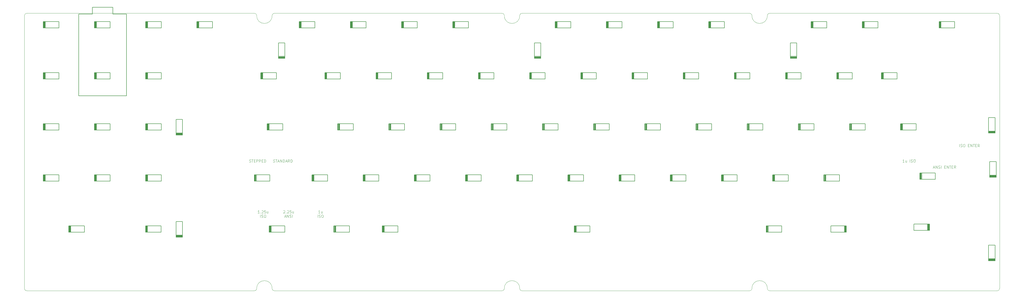
<source format=gbr>
%TF.GenerationSoftware,KiCad,Pcbnew,5.1.10-88a1d61d58~88~ubuntu21.04.1*%
%TF.CreationDate,2021-06-04T00:00:19+02:00*%
%TF.ProjectId,southpawpcb,736f7574-6870-4617-9770-63622e6b6963,rev?*%
%TF.SameCoordinates,Original*%
%TF.FileFunction,Legend,Top*%
%TF.FilePolarity,Positive*%
%FSLAX46Y46*%
G04 Gerber Fmt 4.6, Leading zero omitted, Abs format (unit mm)*
G04 Created by KiCad (PCBNEW 5.1.10-88a1d61d58~88~ubuntu21.04.1) date 2021-06-04 00:00:19*
%MOMM*%
%LPD*%
G01*
G04 APERTURE LIST*
%ADD10C,0.100000*%
%TA.AperFunction,Profile*%
%ADD11C,0.050000*%
%TD*%
%ADD12C,0.200000*%
%ADD13C,0.150000*%
G04 APERTURE END LIST*
D10*
X355846285Y-148788380D02*
X355274857Y-148788380D01*
X355560571Y-148788380D02*
X355560571Y-147788380D01*
X355465333Y-147931238D01*
X355370095Y-148026476D01*
X355274857Y-148074095D01*
X356703428Y-148121714D02*
X356703428Y-148788380D01*
X356274857Y-148121714D02*
X356274857Y-148645523D01*
X356322476Y-148740761D01*
X356417714Y-148788380D01*
X356560571Y-148788380D01*
X356655809Y-148740761D01*
X356703428Y-148693142D01*
X357941523Y-148788380D02*
X357941523Y-147788380D01*
X358370095Y-148740761D02*
X358512952Y-148788380D01*
X358751047Y-148788380D01*
X358846285Y-148740761D01*
X358893904Y-148693142D01*
X358941523Y-148597904D01*
X358941523Y-148502666D01*
X358893904Y-148407428D01*
X358846285Y-148359809D01*
X358751047Y-148312190D01*
X358560571Y-148264571D01*
X358465333Y-148216952D01*
X358417714Y-148169333D01*
X358370095Y-148074095D01*
X358370095Y-147978857D01*
X358417714Y-147883619D01*
X358465333Y-147836000D01*
X358560571Y-147788380D01*
X358798666Y-147788380D01*
X358941523Y-147836000D01*
X359560571Y-147788380D02*
X359751047Y-147788380D01*
X359846285Y-147836000D01*
X359941523Y-147931238D01*
X359989142Y-148121714D01*
X359989142Y-148455047D01*
X359941523Y-148645523D01*
X359846285Y-148740761D01*
X359751047Y-148788380D01*
X359560571Y-148788380D01*
X359465333Y-148740761D01*
X359370095Y-148645523D01*
X359322476Y-148455047D01*
X359322476Y-148121714D01*
X359370095Y-147931238D01*
X359465333Y-147836000D01*
X359560571Y-147788380D01*
X376395123Y-143073380D02*
X376395123Y-142073380D01*
X376823695Y-143025761D02*
X376966552Y-143073380D01*
X377204647Y-143073380D01*
X377299885Y-143025761D01*
X377347504Y-142978142D01*
X377395123Y-142882904D01*
X377395123Y-142787666D01*
X377347504Y-142692428D01*
X377299885Y-142644809D01*
X377204647Y-142597190D01*
X377014171Y-142549571D01*
X376918933Y-142501952D01*
X376871314Y-142454333D01*
X376823695Y-142359095D01*
X376823695Y-142263857D01*
X376871314Y-142168619D01*
X376918933Y-142121000D01*
X377014171Y-142073380D01*
X377252266Y-142073380D01*
X377395123Y-142121000D01*
X378014171Y-142073380D02*
X378204647Y-142073380D01*
X378299885Y-142121000D01*
X378395123Y-142216238D01*
X378442742Y-142406714D01*
X378442742Y-142740047D01*
X378395123Y-142930523D01*
X378299885Y-143025761D01*
X378204647Y-143073380D01*
X378014171Y-143073380D01*
X377918933Y-143025761D01*
X377823695Y-142930523D01*
X377776076Y-142740047D01*
X377776076Y-142406714D01*
X377823695Y-142216238D01*
X377918933Y-142121000D01*
X378014171Y-142073380D01*
X379633219Y-142549571D02*
X379966552Y-142549571D01*
X380109409Y-143073380D02*
X379633219Y-143073380D01*
X379633219Y-142073380D01*
X380109409Y-142073380D01*
X380537980Y-143073380D02*
X380537980Y-142073380D01*
X381109409Y-143073380D01*
X381109409Y-142073380D01*
X381442742Y-142073380D02*
X382014171Y-142073380D01*
X381728457Y-143073380D02*
X381728457Y-142073380D01*
X382347504Y-142549571D02*
X382680838Y-142549571D01*
X382823695Y-143073380D02*
X382347504Y-143073380D01*
X382347504Y-142073380D01*
X382823695Y-142073380D01*
X383823695Y-143073380D02*
X383490361Y-142597190D01*
X383252266Y-143073380D02*
X383252266Y-142073380D01*
X383633219Y-142073380D01*
X383728457Y-142121000D01*
X383776076Y-142168619D01*
X383823695Y-142263857D01*
X383823695Y-142406714D01*
X383776076Y-142501952D01*
X383728457Y-142549571D01*
X383633219Y-142597190D01*
X383252266Y-142597190D01*
X366673333Y-150788666D02*
X367149523Y-150788666D01*
X366578095Y-151074380D02*
X366911428Y-150074380D01*
X367244761Y-151074380D01*
X367578095Y-151074380D02*
X367578095Y-150074380D01*
X368149523Y-151074380D01*
X368149523Y-150074380D01*
X368578095Y-151026761D02*
X368720952Y-151074380D01*
X368959047Y-151074380D01*
X369054285Y-151026761D01*
X369101904Y-150979142D01*
X369149523Y-150883904D01*
X369149523Y-150788666D01*
X369101904Y-150693428D01*
X369054285Y-150645809D01*
X368959047Y-150598190D01*
X368768571Y-150550571D01*
X368673333Y-150502952D01*
X368625714Y-150455333D01*
X368578095Y-150360095D01*
X368578095Y-150264857D01*
X368625714Y-150169619D01*
X368673333Y-150122000D01*
X368768571Y-150074380D01*
X369006666Y-150074380D01*
X369149523Y-150122000D01*
X369578095Y-151074380D02*
X369578095Y-150074380D01*
X370816190Y-150550571D02*
X371149523Y-150550571D01*
X371292380Y-151074380D02*
X370816190Y-151074380D01*
X370816190Y-150074380D01*
X371292380Y-150074380D01*
X371720952Y-151074380D02*
X371720952Y-150074380D01*
X372292380Y-151074380D01*
X372292380Y-150074380D01*
X372625714Y-150074380D02*
X373197142Y-150074380D01*
X372911428Y-151074380D02*
X372911428Y-150074380D01*
X373530476Y-150550571D02*
X373863809Y-150550571D01*
X374006666Y-151074380D02*
X373530476Y-151074380D01*
X373530476Y-150074380D01*
X374006666Y-150074380D01*
X375006666Y-151074380D02*
X374673333Y-150598190D01*
X374435238Y-151074380D02*
X374435238Y-150074380D01*
X374816190Y-150074380D01*
X374911428Y-150122000D01*
X374959047Y-150169619D01*
X375006666Y-150264857D01*
X375006666Y-150407714D01*
X374959047Y-150502952D01*
X374911428Y-150550571D01*
X374816190Y-150598190D01*
X374435238Y-150598190D01*
X138422083Y-167800380D02*
X137850654Y-167800380D01*
X138136369Y-167800380D02*
X138136369Y-166800380D01*
X138041130Y-166943238D01*
X137945892Y-167038476D01*
X137850654Y-167086095D01*
X139279226Y-167133714D02*
X139279226Y-167800380D01*
X138850654Y-167133714D02*
X138850654Y-167657523D01*
X138898273Y-167752761D01*
X138993511Y-167800380D01*
X139136369Y-167800380D01*
X139231607Y-167752761D01*
X139279226Y-167705142D01*
X137588750Y-169400380D02*
X137588750Y-168400380D01*
X138017321Y-169352761D02*
X138160178Y-169400380D01*
X138398273Y-169400380D01*
X138493511Y-169352761D01*
X138541130Y-169305142D01*
X138588750Y-169209904D01*
X138588750Y-169114666D01*
X138541130Y-169019428D01*
X138493511Y-168971809D01*
X138398273Y-168924190D01*
X138207797Y-168876571D01*
X138112559Y-168828952D01*
X138064940Y-168781333D01*
X138017321Y-168686095D01*
X138017321Y-168590857D01*
X138064940Y-168495619D01*
X138112559Y-168448000D01*
X138207797Y-168400380D01*
X138445892Y-168400380D01*
X138588750Y-168448000D01*
X139207797Y-168400380D02*
X139398273Y-168400380D01*
X139493511Y-168448000D01*
X139588750Y-168543238D01*
X139636369Y-168733714D01*
X139636369Y-169067047D01*
X139588750Y-169257523D01*
X139493511Y-169352761D01*
X139398273Y-169400380D01*
X139207797Y-169400380D01*
X139112559Y-169352761D01*
X139017321Y-169257523D01*
X138969702Y-169067047D01*
X138969702Y-168733714D01*
X139017321Y-168543238D01*
X139112559Y-168448000D01*
X139207797Y-168400380D01*
X124792028Y-166895619D02*
X124839647Y-166848000D01*
X124934885Y-166800380D01*
X125172980Y-166800380D01*
X125268219Y-166848000D01*
X125315838Y-166895619D01*
X125363457Y-166990857D01*
X125363457Y-167086095D01*
X125315838Y-167228952D01*
X124744409Y-167800380D01*
X125363457Y-167800380D01*
X125792028Y-167705142D02*
X125839647Y-167752761D01*
X125792028Y-167800380D01*
X125744409Y-167752761D01*
X125792028Y-167705142D01*
X125792028Y-167800380D01*
X126220600Y-166895619D02*
X126268219Y-166848000D01*
X126363457Y-166800380D01*
X126601552Y-166800380D01*
X126696790Y-166848000D01*
X126744409Y-166895619D01*
X126792028Y-166990857D01*
X126792028Y-167086095D01*
X126744409Y-167228952D01*
X126172980Y-167800380D01*
X126792028Y-167800380D01*
X127696790Y-166800380D02*
X127220600Y-166800380D01*
X127172980Y-167276571D01*
X127220600Y-167228952D01*
X127315838Y-167181333D01*
X127553933Y-167181333D01*
X127649171Y-167228952D01*
X127696790Y-167276571D01*
X127744409Y-167371809D01*
X127744409Y-167609904D01*
X127696790Y-167705142D01*
X127649171Y-167752761D01*
X127553933Y-167800380D01*
X127315838Y-167800380D01*
X127220600Y-167752761D01*
X127172980Y-167705142D01*
X128601552Y-167133714D02*
X128601552Y-167800380D01*
X128172980Y-167133714D02*
X128172980Y-167657523D01*
X128220600Y-167752761D01*
X128315838Y-167800380D01*
X128458695Y-167800380D01*
X128553933Y-167752761D01*
X128601552Y-167705142D01*
X125244409Y-169114666D02*
X125720600Y-169114666D01*
X125149171Y-169400380D02*
X125482504Y-168400380D01*
X125815838Y-169400380D01*
X126149171Y-169400380D02*
X126149171Y-168400380D01*
X126720600Y-169400380D01*
X126720600Y-168400380D01*
X127149171Y-169352761D02*
X127292028Y-169400380D01*
X127530123Y-169400380D01*
X127625361Y-169352761D01*
X127672980Y-169305142D01*
X127720600Y-169209904D01*
X127720600Y-169114666D01*
X127672980Y-169019428D01*
X127625361Y-168971809D01*
X127530123Y-168924190D01*
X127339647Y-168876571D01*
X127244409Y-168828952D01*
X127196790Y-168781333D01*
X127149171Y-168686095D01*
X127149171Y-168590857D01*
X127196790Y-168495619D01*
X127244409Y-168448000D01*
X127339647Y-168400380D01*
X127577742Y-168400380D01*
X127720600Y-168448000D01*
X128149171Y-169400380D02*
X128149171Y-168400380D01*
X115863857Y-167800380D02*
X115292428Y-167800380D01*
X115578142Y-167800380D02*
X115578142Y-166800380D01*
X115482904Y-166943238D01*
X115387666Y-167038476D01*
X115292428Y-167086095D01*
X116292428Y-167705142D02*
X116340047Y-167752761D01*
X116292428Y-167800380D01*
X116244809Y-167752761D01*
X116292428Y-167705142D01*
X116292428Y-167800380D01*
X116721000Y-166895619D02*
X116768619Y-166848000D01*
X116863857Y-166800380D01*
X117101952Y-166800380D01*
X117197190Y-166848000D01*
X117244809Y-166895619D01*
X117292428Y-166990857D01*
X117292428Y-167086095D01*
X117244809Y-167228952D01*
X116673380Y-167800380D01*
X117292428Y-167800380D01*
X118197190Y-166800380D02*
X117721000Y-166800380D01*
X117673380Y-167276571D01*
X117721000Y-167228952D01*
X117816238Y-167181333D01*
X118054333Y-167181333D01*
X118149571Y-167228952D01*
X118197190Y-167276571D01*
X118244809Y-167371809D01*
X118244809Y-167609904D01*
X118197190Y-167705142D01*
X118149571Y-167752761D01*
X118054333Y-167800380D01*
X117816238Y-167800380D01*
X117721000Y-167752761D01*
X117673380Y-167705142D01*
X119101952Y-167133714D02*
X119101952Y-167800380D01*
X118673380Y-167133714D02*
X118673380Y-167657523D01*
X118721000Y-167752761D01*
X118816238Y-167800380D01*
X118959095Y-167800380D01*
X119054333Y-167752761D01*
X119101952Y-167705142D01*
X116221000Y-169400380D02*
X116221000Y-168400380D01*
X116649571Y-169352761D02*
X116792428Y-169400380D01*
X117030523Y-169400380D01*
X117125761Y-169352761D01*
X117173380Y-169305142D01*
X117221000Y-169209904D01*
X117221000Y-169114666D01*
X117173380Y-169019428D01*
X117125761Y-168971809D01*
X117030523Y-168924190D01*
X116840047Y-168876571D01*
X116744809Y-168828952D01*
X116697190Y-168781333D01*
X116649571Y-168686095D01*
X116649571Y-168590857D01*
X116697190Y-168495619D01*
X116744809Y-168448000D01*
X116840047Y-168400380D01*
X117078142Y-168400380D01*
X117221000Y-168448000D01*
X117840047Y-168400380D02*
X118030523Y-168400380D01*
X118125761Y-168448000D01*
X118221000Y-168543238D01*
X118268619Y-168733714D01*
X118268619Y-169067047D01*
X118221000Y-169257523D01*
X118125761Y-169352761D01*
X118030523Y-169400380D01*
X117840047Y-169400380D01*
X117744809Y-169352761D01*
X117649571Y-169257523D01*
X117601952Y-169067047D01*
X117601952Y-168733714D01*
X117649571Y-168543238D01*
X117744809Y-168448000D01*
X117840047Y-168400380D01*
X112126418Y-148745063D02*
X112269275Y-148792682D01*
X112507370Y-148792682D01*
X112602608Y-148745063D01*
X112650227Y-148697444D01*
X112697847Y-148602206D01*
X112697847Y-148506968D01*
X112650227Y-148411730D01*
X112602608Y-148364111D01*
X112507370Y-148316492D01*
X112316894Y-148268873D01*
X112221656Y-148221254D01*
X112174037Y-148173635D01*
X112126418Y-148078397D01*
X112126418Y-147983159D01*
X112174037Y-147887921D01*
X112221656Y-147840302D01*
X112316894Y-147792682D01*
X112554989Y-147792682D01*
X112697847Y-147840302D01*
X112983561Y-147792682D02*
X113554989Y-147792682D01*
X113269275Y-148792682D02*
X113269275Y-147792682D01*
X113888323Y-148268873D02*
X114221656Y-148268873D01*
X114364513Y-148792682D02*
X113888323Y-148792682D01*
X113888323Y-147792682D01*
X114364513Y-147792682D01*
X114793085Y-148792682D02*
X114793085Y-147792682D01*
X115174037Y-147792682D01*
X115269275Y-147840302D01*
X115316894Y-147887921D01*
X115364513Y-147983159D01*
X115364513Y-148126016D01*
X115316894Y-148221254D01*
X115269275Y-148268873D01*
X115174037Y-148316492D01*
X114793085Y-148316492D01*
X115793085Y-148792682D02*
X115793085Y-147792682D01*
X116174037Y-147792682D01*
X116269275Y-147840302D01*
X116316894Y-147887921D01*
X116364513Y-147983159D01*
X116364513Y-148126016D01*
X116316894Y-148221254D01*
X116269275Y-148268873D01*
X116174037Y-148316492D01*
X115793085Y-148316492D01*
X116793085Y-148268873D02*
X117126418Y-148268873D01*
X117269275Y-148792682D02*
X116793085Y-148792682D01*
X116793085Y-147792682D01*
X117269275Y-147792682D01*
X117697847Y-148792682D02*
X117697847Y-147792682D01*
X117935942Y-147792682D01*
X118078799Y-147840302D01*
X118174037Y-147935540D01*
X118221656Y-148030778D01*
X118269275Y-148221254D01*
X118269275Y-148364111D01*
X118221656Y-148554587D01*
X118174037Y-148649825D01*
X118078799Y-148745063D01*
X117935942Y-148792682D01*
X117697847Y-148792682D01*
X121046474Y-148745063D02*
X121189332Y-148792682D01*
X121427427Y-148792682D01*
X121522665Y-148745063D01*
X121570284Y-148697444D01*
X121617903Y-148602206D01*
X121617903Y-148506968D01*
X121570284Y-148411730D01*
X121522665Y-148364111D01*
X121427427Y-148316492D01*
X121236951Y-148268873D01*
X121141713Y-148221254D01*
X121094094Y-148173635D01*
X121046474Y-148078397D01*
X121046474Y-147983159D01*
X121094094Y-147887921D01*
X121141713Y-147840302D01*
X121236951Y-147792682D01*
X121475046Y-147792682D01*
X121617903Y-147840302D01*
X121903617Y-147792682D02*
X122475046Y-147792682D01*
X122189332Y-148792682D02*
X122189332Y-147792682D01*
X122760760Y-148506968D02*
X123236951Y-148506968D01*
X122665522Y-148792682D02*
X122998855Y-147792682D01*
X123332189Y-148792682D01*
X123665522Y-148792682D02*
X123665522Y-147792682D01*
X124236951Y-148792682D01*
X124236951Y-147792682D01*
X124713141Y-148792682D02*
X124713141Y-147792682D01*
X124951236Y-147792682D01*
X125094094Y-147840302D01*
X125189332Y-147935540D01*
X125236951Y-148030778D01*
X125284570Y-148221254D01*
X125284570Y-148364111D01*
X125236951Y-148554587D01*
X125189332Y-148649825D01*
X125094094Y-148745063D01*
X124951236Y-148792682D01*
X124713141Y-148792682D01*
X125665522Y-148506968D02*
X126141713Y-148506968D01*
X125570284Y-148792682D02*
X125903617Y-147792682D01*
X126236951Y-148792682D01*
X127141713Y-148792682D02*
X126808379Y-148316492D01*
X126570284Y-148792682D02*
X126570284Y-147792682D01*
X126951236Y-147792682D01*
X127046474Y-147840302D01*
X127094094Y-147887921D01*
X127141713Y-147983159D01*
X127141713Y-148126016D01*
X127094094Y-148221254D01*
X127046474Y-148268873D01*
X126951236Y-148316492D01*
X126570284Y-148316492D01*
X127570284Y-148792682D02*
X127570284Y-147792682D01*
X127808379Y-147792682D01*
X127951236Y-147840302D01*
X128046474Y-147935540D01*
X128094094Y-148030778D01*
X128141713Y-148221254D01*
X128141713Y-148364111D01*
X128094094Y-148554587D01*
X128046474Y-148649825D01*
X127951236Y-148745063D01*
X127808379Y-148792682D01*
X127570284Y-148792682D01*
D11*
X207042500Y-195818250D02*
G75*
G02*
X206092500Y-196768250I-950000J0D01*
G01*
X298242500Y-93218250D02*
G75*
G02*
X299192500Y-94168250I0J-950000D01*
G01*
X28442500Y-94168250D02*
X28442500Y-194868250D01*
X206092500Y-196768250D02*
X121542500Y-196768250D01*
X298242500Y-196768250D02*
X213692500Y-196768250D01*
X206092500Y-93218250D02*
G75*
G02*
X207042500Y-94168250I0J-950000D01*
G01*
X30342500Y-93218250D02*
X113942500Y-93218250D01*
X213692500Y-196768250D02*
G75*
G02*
X212742500Y-195818250I0J950000D01*
G01*
X121542500Y-196768250D02*
G75*
G02*
X120592500Y-195818250I0J950000D01*
G01*
X120592500Y-94168250D02*
G75*
G02*
X121542500Y-93218250I950000J0D01*
G01*
X390392500Y-93218250D02*
G75*
G02*
X391342500Y-94168250I0J-950000D01*
G01*
X121542500Y-93218250D02*
X206092500Y-93218250D01*
X212742500Y-94168250D02*
G75*
G02*
X213692500Y-93218250I950000J0D01*
G01*
X29392500Y-196768250D02*
G75*
G02*
X28442500Y-195818250I0J950000D01*
G01*
X28442500Y-94168250D02*
G75*
G02*
X29392500Y-93218250I950000J0D01*
G01*
X213692500Y-93218250D02*
X298242500Y-93218250D01*
X207042500Y-195818250D02*
G75*
G02*
X212742500Y-195818250I2850000J0D01*
G01*
X114892500Y-195818250D02*
G75*
G02*
X120592500Y-195818250I2850000J0D01*
G01*
X299192500Y-195818250D02*
G75*
G02*
X298242500Y-196768250I-950000J0D01*
G01*
X113942500Y-196768250D02*
X29392500Y-196768250D01*
X113942500Y-93218250D02*
G75*
G02*
X114892500Y-94168250I0J-950000D01*
G01*
X114892500Y-195818250D02*
G75*
G02*
X113942500Y-196768250I-950000J0D01*
G01*
X304892500Y-94168250D02*
G75*
G02*
X299192500Y-94168250I-2850000J0D01*
G01*
X305842500Y-93218250D02*
X390392500Y-93218250D01*
X120592500Y-94168250D02*
G75*
G02*
X114892500Y-94168250I-2850000J0D01*
G01*
X305842500Y-196768250D02*
X390392500Y-196768250D01*
X299192500Y-195818250D02*
G75*
G02*
X304892500Y-195818250I2850000J0D01*
G01*
X305842500Y-196768250D02*
G75*
G02*
X304892500Y-195818250I0J950000D01*
G01*
X391342500Y-195818250D02*
X391342500Y-94168250D01*
X30342500Y-93218250D02*
X29392500Y-93218250D01*
X391342500Y-195818250D02*
G75*
G02*
X390392500Y-196768250I-950000J0D01*
G01*
X304892500Y-94168250D02*
G75*
G02*
X305842500Y-93218250I950000J0D01*
G01*
X212742500Y-94168250D02*
G75*
G02*
X207042500Y-94168250I-2850000J0D01*
G01*
X28442500Y-194868250D02*
X28442500Y-195818250D01*
D12*
X387674000Y-148584000D02*
X387674000Y-154384000D01*
X390074000Y-148584000D02*
X387674000Y-148584000D01*
X390074000Y-154384000D02*
X390074000Y-148584000D01*
X390074000Y-154309000D02*
X387674000Y-154309000D01*
X390074000Y-154184000D02*
X387674000Y-154184000D01*
X387674000Y-154409000D02*
X390074000Y-154409000D01*
X390074000Y-154009000D02*
X387674000Y-154009000D01*
X390074000Y-153834000D02*
X387674000Y-153834000D01*
X390074000Y-153659000D02*
X387674000Y-153659000D01*
D13*
X48677500Y-93509400D02*
X48677500Y-123989400D01*
X53757500Y-93509400D02*
X48677500Y-93509400D01*
X53757500Y-90969400D02*
X53757500Y-93509400D01*
X61377500Y-90969400D02*
X53757500Y-90969400D01*
X61377500Y-93509400D02*
X61377500Y-90969400D01*
X66457500Y-93509400D02*
X61377500Y-93509400D01*
X66457500Y-123989400D02*
X66457500Y-93509400D01*
X48677500Y-123989400D02*
X66457500Y-123989400D01*
D12*
X150486000Y-98712000D02*
X150486000Y-96312000D01*
X150311000Y-98712000D02*
X150311000Y-96312000D01*
X150136000Y-98712000D02*
X150136000Y-96312000D01*
X149736000Y-96312000D02*
X149736000Y-98712000D01*
X149961000Y-98712000D02*
X149961000Y-96312000D01*
X149836000Y-98712000D02*
X149836000Y-96312000D01*
X149761000Y-98712000D02*
X155561000Y-98712000D01*
X155561000Y-98712000D02*
X155561000Y-96312000D01*
X155561000Y-96312000D02*
X149761000Y-96312000D01*
X284148000Y-134412000D02*
X278348000Y-134412000D01*
X284148000Y-136812000D02*
X284148000Y-134412000D01*
X278348000Y-136812000D02*
X284148000Y-136812000D01*
X278423000Y-136812000D02*
X278423000Y-134412000D01*
X278548000Y-136812000D02*
X278548000Y-134412000D01*
X278323000Y-134412000D02*
X278323000Y-136812000D01*
X278723000Y-136812000D02*
X278723000Y-134412000D01*
X278898000Y-136812000D02*
X278898000Y-134412000D01*
X279073000Y-136812000D02*
X279073000Y-134412000D01*
X125355000Y-172512000D02*
X119555000Y-172512000D01*
X125355000Y-174912000D02*
X125355000Y-172512000D01*
X119555000Y-174912000D02*
X125355000Y-174912000D01*
X119630000Y-174912000D02*
X119630000Y-172512000D01*
X119755000Y-174912000D02*
X119755000Y-172512000D01*
X119530000Y-172512000D02*
X119530000Y-174912000D01*
X119930000Y-174912000D02*
X119930000Y-172512000D01*
X120105000Y-174912000D02*
X120105000Y-172512000D01*
X120280000Y-174912000D02*
X120280000Y-172512000D01*
X74286200Y-136812000D02*
X74286200Y-134412000D01*
X74111200Y-136812000D02*
X74111200Y-134412000D01*
X73936200Y-136812000D02*
X73936200Y-134412000D01*
X73536200Y-134412000D02*
X73536200Y-136812000D01*
X73761200Y-136812000D02*
X73761200Y-134412000D01*
X73636200Y-136812000D02*
X73636200Y-134412000D01*
X73561200Y-136812000D02*
X79361200Y-136812000D01*
X79361200Y-136812000D02*
X79361200Y-134412000D01*
X79361200Y-134412000D02*
X73561200Y-134412000D01*
X60311200Y-96312000D02*
X54511200Y-96312000D01*
X60311200Y-98712000D02*
X60311200Y-96312000D01*
X54511200Y-98712000D02*
X60311200Y-98712000D01*
X54586200Y-98712000D02*
X54586200Y-96312000D01*
X54711200Y-98712000D02*
X54711200Y-96312000D01*
X54486200Y-96312000D02*
X54486200Y-98712000D01*
X54886200Y-98712000D02*
X54886200Y-96312000D01*
X55061200Y-98712000D02*
X55061200Y-96312000D01*
X55236200Y-98712000D02*
X55236200Y-96312000D01*
X322248000Y-134412000D02*
X316448000Y-134412000D01*
X322248000Y-136812000D02*
X322248000Y-134412000D01*
X316448000Y-136812000D02*
X322248000Y-136812000D01*
X316523000Y-136812000D02*
X316523000Y-134412000D01*
X316648000Y-136812000D02*
X316648000Y-134412000D01*
X316423000Y-134412000D02*
X316423000Y-136812000D01*
X316823000Y-136812000D02*
X316823000Y-134412000D01*
X316998000Y-136812000D02*
X316998000Y-134412000D01*
X317173000Y-136812000D02*
X317173000Y-134412000D01*
X74286200Y-117762000D02*
X74286200Y-115362000D01*
X74111200Y-117762000D02*
X74111200Y-115362000D01*
X73936200Y-117762000D02*
X73936200Y-115362000D01*
X73536200Y-115362000D02*
X73536200Y-117762000D01*
X73761200Y-117762000D02*
X73761200Y-115362000D01*
X73636200Y-117762000D02*
X73636200Y-115362000D01*
X73561200Y-117762000D02*
X79361200Y-117762000D01*
X79361200Y-117762000D02*
X79361200Y-115362000D01*
X79361200Y-115362000D02*
X73561200Y-115362000D01*
X41261200Y-153462000D02*
X35461200Y-153462000D01*
X41261200Y-155862000D02*
X41261200Y-153462000D01*
X35461200Y-155862000D02*
X41261200Y-155862000D01*
X35536200Y-155862000D02*
X35536200Y-153462000D01*
X35661200Y-155862000D02*
X35661200Y-153462000D01*
X35436200Y-153462000D02*
X35436200Y-155862000D01*
X35836200Y-155862000D02*
X35836200Y-153462000D01*
X36011200Y-155862000D02*
X36011200Y-153462000D01*
X36186200Y-155862000D02*
X36186200Y-153462000D01*
X184136000Y-115362000D02*
X178336000Y-115362000D01*
X184136000Y-117762000D02*
X184136000Y-115362000D01*
X178336000Y-117762000D02*
X184136000Y-117762000D01*
X178411000Y-117762000D02*
X178411000Y-115362000D01*
X178536000Y-117762000D02*
X178536000Y-115362000D01*
X178311000Y-115362000D02*
X178311000Y-117762000D01*
X178711000Y-117762000D02*
X178711000Y-115362000D01*
X178886000Y-117762000D02*
X178886000Y-115362000D01*
X179061000Y-117762000D02*
X179061000Y-115362000D01*
X174299000Y-155862000D02*
X174299000Y-153462000D01*
X174124000Y-155862000D02*
X174124000Y-153462000D01*
X173949000Y-155862000D02*
X173949000Y-153462000D01*
X173549000Y-153462000D02*
X173549000Y-155862000D01*
X173774000Y-155862000D02*
X173774000Y-153462000D01*
X173649000Y-155862000D02*
X173649000Y-153462000D01*
X173574000Y-155862000D02*
X179374000Y-155862000D01*
X179374000Y-155862000D02*
X179374000Y-153462000D01*
X179374000Y-153462000D02*
X173574000Y-153462000D01*
X169848000Y-134412000D02*
X164048000Y-134412000D01*
X169848000Y-136812000D02*
X169848000Y-134412000D01*
X164048000Y-136812000D02*
X169848000Y-136812000D01*
X164123000Y-136812000D02*
X164123000Y-134412000D01*
X164248000Y-136812000D02*
X164248000Y-134412000D01*
X164023000Y-134412000D02*
X164023000Y-136812000D01*
X164423000Y-136812000D02*
X164423000Y-134412000D01*
X164598000Y-136812000D02*
X164598000Y-134412000D01*
X164773000Y-136812000D02*
X164773000Y-134412000D01*
X98411200Y-96312000D02*
X92611200Y-96312000D01*
X98411200Y-98712000D02*
X98411200Y-96312000D01*
X92611200Y-98712000D02*
X98411200Y-98712000D01*
X92686200Y-98712000D02*
X92686200Y-96312000D01*
X92811200Y-98712000D02*
X92811200Y-96312000D01*
X92586200Y-96312000D02*
X92586200Y-98712000D01*
X92986200Y-98712000D02*
X92986200Y-96312000D01*
X93161200Y-98712000D02*
X93161200Y-96312000D01*
X93336200Y-98712000D02*
X93336200Y-96312000D01*
X74286200Y-98712000D02*
X74286200Y-96312000D01*
X74111200Y-98712000D02*
X74111200Y-96312000D01*
X73936200Y-98712000D02*
X73936200Y-96312000D01*
X73536200Y-96312000D02*
X73536200Y-98712000D01*
X73761200Y-98712000D02*
X73761200Y-96312000D01*
X73636200Y-98712000D02*
X73636200Y-96312000D01*
X73561200Y-98712000D02*
X79361200Y-98712000D01*
X79361200Y-98712000D02*
X79361200Y-96312000D01*
X79361200Y-96312000D02*
X73561200Y-96312000D01*
X160011000Y-117762000D02*
X160011000Y-115362000D01*
X159836000Y-117762000D02*
X159836000Y-115362000D01*
X159661000Y-117762000D02*
X159661000Y-115362000D01*
X159261000Y-115362000D02*
X159261000Y-117762000D01*
X159486000Y-117762000D02*
X159486000Y-115362000D01*
X159361000Y-117762000D02*
X159361000Y-115362000D01*
X159286000Y-117762000D02*
X165086000Y-117762000D01*
X165086000Y-117762000D02*
X165086000Y-115362000D01*
X165086000Y-115362000D02*
X159286000Y-115362000D01*
X79317500Y-172512000D02*
X73517500Y-172512000D01*
X79317500Y-174912000D02*
X79317500Y-172512000D01*
X73517500Y-174912000D02*
X79317500Y-174912000D01*
X73592500Y-174912000D02*
X73592500Y-172512000D01*
X73717500Y-174912000D02*
X73717500Y-172512000D01*
X73492500Y-172512000D02*
X73492500Y-174912000D01*
X73892500Y-174912000D02*
X73892500Y-172512000D01*
X74067500Y-174912000D02*
X74067500Y-172512000D01*
X74242500Y-174912000D02*
X74242500Y-172512000D01*
X359467000Y-174205800D02*
X365267000Y-174205800D01*
X359467000Y-171805800D02*
X359467000Y-174205800D01*
X365267000Y-171805800D02*
X359467000Y-171805800D01*
X365192000Y-171805800D02*
X365192000Y-174205800D01*
X365067000Y-171805800D02*
X365067000Y-174205800D01*
X365292000Y-174205800D02*
X365292000Y-171805800D01*
X364892000Y-171805800D02*
X364892000Y-174205800D01*
X364717000Y-171805800D02*
X364717000Y-174205800D01*
X364542000Y-171805800D02*
X364542000Y-174205800D01*
X328511000Y-174912000D02*
X334311000Y-174912000D01*
X328511000Y-172512000D02*
X328511000Y-174912000D01*
X334311000Y-172512000D02*
X328511000Y-172512000D01*
X334236000Y-172512000D02*
X334236000Y-174912000D01*
X334111000Y-172512000D02*
X334111000Y-174912000D01*
X334336000Y-174912000D02*
X334336000Y-172512000D01*
X333936000Y-172512000D02*
X333936000Y-174912000D01*
X333761000Y-172512000D02*
X333761000Y-174912000D01*
X333586000Y-172512000D02*
X333586000Y-174912000D01*
X221923000Y-136812000D02*
X221923000Y-134412000D01*
X221748000Y-136812000D02*
X221748000Y-134412000D01*
X221573000Y-136812000D02*
X221573000Y-134412000D01*
X221173000Y-134412000D02*
X221173000Y-136812000D01*
X221398000Y-136812000D02*
X221398000Y-134412000D01*
X221273000Y-136812000D02*
X221273000Y-134412000D01*
X221198000Y-136812000D02*
X226998000Y-136812000D01*
X226998000Y-136812000D02*
X226998000Y-134412000D01*
X226998000Y-134412000D02*
X221198000Y-134412000D01*
X327011000Y-96312000D02*
X321211000Y-96312000D01*
X327011000Y-98712000D02*
X327011000Y-96312000D01*
X321211000Y-98712000D02*
X327011000Y-98712000D01*
X321286000Y-98712000D02*
X321286000Y-96312000D01*
X321411000Y-98712000D02*
X321411000Y-96312000D01*
X321186000Y-96312000D02*
X321186000Y-98712000D01*
X321586000Y-98712000D02*
X321586000Y-96312000D01*
X321761000Y-98712000D02*
X321761000Y-96312000D01*
X321936000Y-98712000D02*
X321936000Y-96312000D01*
X84886200Y-132812000D02*
X84886200Y-138612000D01*
X87286200Y-132812000D02*
X84886200Y-132812000D01*
X87286200Y-138612000D02*
X87286200Y-132812000D01*
X87286200Y-138537000D02*
X84886200Y-138537000D01*
X87286200Y-138412000D02*
X84886200Y-138412000D01*
X84886200Y-138637000D02*
X87286200Y-138637000D01*
X87286200Y-138237000D02*
X84886200Y-138237000D01*
X87286200Y-138062000D02*
X84886200Y-138062000D01*
X87286200Y-137887000D02*
X84886200Y-137887000D01*
X218236000Y-104237000D02*
X218236000Y-110037000D01*
X220636000Y-104237000D02*
X218236000Y-104237000D01*
X220636000Y-110037000D02*
X220636000Y-104237000D01*
X220636000Y-109962000D02*
X218236000Y-109962000D01*
X220636000Y-109837000D02*
X218236000Y-109837000D01*
X218236000Y-110062000D02*
X220636000Y-110062000D01*
X220636000Y-109662000D02*
X218236000Y-109662000D01*
X220636000Y-109487000D02*
X218236000Y-109487000D01*
X220636000Y-109312000D02*
X218236000Y-109312000D01*
X55236200Y-155862000D02*
X55236200Y-153462000D01*
X55061200Y-155862000D02*
X55061200Y-153462000D01*
X54886200Y-155862000D02*
X54886200Y-153462000D01*
X54486200Y-153462000D02*
X54486200Y-155862000D01*
X54711200Y-155862000D02*
X54711200Y-153462000D01*
X54586200Y-155862000D02*
X54586200Y-153462000D01*
X54511200Y-155862000D02*
X60311200Y-155862000D01*
X60311200Y-155862000D02*
X60311200Y-153462000D01*
X60311200Y-153462000D02*
X54511200Y-153462000D01*
X36186200Y-117762000D02*
X36186200Y-115362000D01*
X36011200Y-117762000D02*
X36011200Y-115362000D01*
X35836200Y-117762000D02*
X35836200Y-115362000D01*
X35436200Y-115362000D02*
X35436200Y-117762000D01*
X35661200Y-117762000D02*
X35661200Y-115362000D01*
X35536200Y-117762000D02*
X35536200Y-115362000D01*
X35461200Y-117762000D02*
X41261200Y-117762000D01*
X41261200Y-117762000D02*
X41261200Y-115362000D01*
X41261200Y-115362000D02*
X35461200Y-115362000D01*
X114724000Y-155862000D02*
X114724000Y-153462000D01*
X114549000Y-155862000D02*
X114549000Y-153462000D01*
X114374000Y-155862000D02*
X114374000Y-153462000D01*
X113974000Y-153462000D02*
X113974000Y-155862000D01*
X114199000Y-155862000D02*
X114199000Y-153462000D01*
X114074000Y-155862000D02*
X114074000Y-153462000D01*
X113999000Y-155862000D02*
X119799000Y-155862000D01*
X119799000Y-155862000D02*
X119799000Y-153462000D01*
X119799000Y-153462000D02*
X113999000Y-153462000D01*
X260023000Y-136812000D02*
X260023000Y-134412000D01*
X259848000Y-136812000D02*
X259848000Y-134412000D01*
X259673000Y-136812000D02*
X259673000Y-134412000D01*
X259273000Y-134412000D02*
X259273000Y-136812000D01*
X259498000Y-136812000D02*
X259498000Y-134412000D01*
X259373000Y-136812000D02*
X259373000Y-134412000D01*
X259298000Y-136812000D02*
X265098000Y-136812000D01*
X265098000Y-136812000D02*
X265098000Y-134412000D01*
X265098000Y-134412000D02*
X259298000Y-134412000D01*
X315886000Y-109312000D02*
X313486000Y-109312000D01*
X315886000Y-109487000D02*
X313486000Y-109487000D01*
X315886000Y-109662000D02*
X313486000Y-109662000D01*
X313486000Y-110062000D02*
X315886000Y-110062000D01*
X315886000Y-109837000D02*
X313486000Y-109837000D01*
X315886000Y-109962000D02*
X313486000Y-109962000D01*
X315886000Y-110037000D02*
X315886000Y-104237000D01*
X315886000Y-104237000D02*
X313486000Y-104237000D01*
X313486000Y-104237000D02*
X313486000Y-110037000D01*
X312724000Y-153462000D02*
X306924000Y-153462000D01*
X312724000Y-155862000D02*
X312724000Y-153462000D01*
X306924000Y-155862000D02*
X312724000Y-155862000D01*
X306999000Y-155862000D02*
X306999000Y-153462000D01*
X307124000Y-155862000D02*
X307124000Y-153462000D01*
X306899000Y-153462000D02*
X306899000Y-155862000D01*
X307299000Y-155862000D02*
X307299000Y-153462000D01*
X307474000Y-155862000D02*
X307474000Y-153462000D01*
X307649000Y-155862000D02*
X307649000Y-153462000D01*
X387261000Y-132105800D02*
X387261000Y-137905800D01*
X389661000Y-132105800D02*
X387261000Y-132105800D01*
X389661000Y-137905800D02*
X389661000Y-132105800D01*
X389661000Y-137830800D02*
X387261000Y-137830800D01*
X389661000Y-137705800D02*
X387261000Y-137705800D01*
X387261000Y-137930800D02*
X389661000Y-137930800D01*
X389661000Y-137530800D02*
X387261000Y-137530800D01*
X389661000Y-137355800D02*
X387261000Y-137355800D01*
X389661000Y-137180800D02*
X387261000Y-137180800D01*
X212399000Y-155862000D02*
X212399000Y-153462000D01*
X212224000Y-155862000D02*
X212224000Y-153462000D01*
X212049000Y-155862000D02*
X212049000Y-153462000D01*
X211649000Y-153462000D02*
X211649000Y-155862000D01*
X211874000Y-155862000D02*
X211874000Y-153462000D01*
X211749000Y-155862000D02*
X211749000Y-153462000D01*
X211674000Y-155862000D02*
X217474000Y-155862000D01*
X217474000Y-155862000D02*
X217474000Y-153462000D01*
X217474000Y-153462000D02*
X211674000Y-153462000D01*
X193349000Y-155862000D02*
X193349000Y-153462000D01*
X193174000Y-155862000D02*
X193174000Y-153462000D01*
X192999000Y-155862000D02*
X192999000Y-153462000D01*
X192599000Y-153462000D02*
X192599000Y-155862000D01*
X192824000Y-155862000D02*
X192824000Y-153462000D01*
X192699000Y-155862000D02*
X192699000Y-153462000D01*
X192624000Y-155862000D02*
X198424000Y-155862000D01*
X198424000Y-155862000D02*
X198424000Y-153462000D01*
X198424000Y-153462000D02*
X192624000Y-153462000D01*
X360305000Y-134412000D02*
X354505000Y-134412000D01*
X360305000Y-136812000D02*
X360305000Y-134412000D01*
X354505000Y-136812000D02*
X360305000Y-136812000D01*
X354580000Y-136812000D02*
X354580000Y-134412000D01*
X354705000Y-136812000D02*
X354705000Y-134412000D01*
X354480000Y-134412000D02*
X354480000Y-136812000D01*
X354880000Y-136812000D02*
X354880000Y-134412000D01*
X355055000Y-136812000D02*
X355055000Y-134412000D01*
X355230000Y-136812000D02*
X355230000Y-134412000D01*
X36186200Y-136812000D02*
X36186200Y-134412000D01*
X36011200Y-136812000D02*
X36011200Y-134412000D01*
X35836200Y-136812000D02*
X35836200Y-134412000D01*
X35436200Y-134412000D02*
X35436200Y-136812000D01*
X35661200Y-136812000D02*
X35661200Y-134412000D01*
X35536200Y-136812000D02*
X35536200Y-134412000D01*
X35461200Y-136812000D02*
X41261200Y-136812000D01*
X41261200Y-136812000D02*
X41261200Y-134412000D01*
X41261200Y-134412000D02*
X35461200Y-134412000D01*
X269549000Y-155862000D02*
X269549000Y-153462000D01*
X269374000Y-155862000D02*
X269374000Y-153462000D01*
X269199000Y-155862000D02*
X269199000Y-153462000D01*
X268799000Y-153462000D02*
X268799000Y-155862000D01*
X269024000Y-155862000D02*
X269024000Y-153462000D01*
X268899000Y-155862000D02*
X268899000Y-153462000D01*
X268824000Y-155862000D02*
X274624000Y-155862000D01*
X274624000Y-155862000D02*
X274624000Y-153462000D01*
X274624000Y-153462000D02*
X268824000Y-153462000D01*
X283836000Y-98712000D02*
X283836000Y-96312000D01*
X283661000Y-98712000D02*
X283661000Y-96312000D01*
X283486000Y-98712000D02*
X283486000Y-96312000D01*
X283086000Y-96312000D02*
X283086000Y-98712000D01*
X283311000Y-98712000D02*
X283311000Y-96312000D01*
X283186000Y-98712000D02*
X283186000Y-96312000D01*
X283111000Y-98712000D02*
X288911000Y-98712000D01*
X288911000Y-98712000D02*
X288911000Y-96312000D01*
X288911000Y-96312000D02*
X283111000Y-96312000D01*
X326655000Y-155862000D02*
X326655000Y-153462000D01*
X326480000Y-155862000D02*
X326480000Y-153462000D01*
X326305000Y-155862000D02*
X326305000Y-153462000D01*
X325905000Y-153462000D02*
X325905000Y-155862000D01*
X326130000Y-155862000D02*
X326130000Y-153462000D01*
X326005000Y-155862000D02*
X326005000Y-153462000D01*
X325930000Y-155862000D02*
X331730000Y-155862000D01*
X331730000Y-155862000D02*
X331730000Y-153462000D01*
X331730000Y-153462000D02*
X325930000Y-153462000D01*
X374636000Y-96312000D02*
X368836000Y-96312000D01*
X374636000Y-98712000D02*
X374636000Y-96312000D01*
X368836000Y-98712000D02*
X374636000Y-98712000D01*
X368911000Y-98712000D02*
X368911000Y-96312000D01*
X369036000Y-98712000D02*
X369036000Y-96312000D01*
X368811000Y-96312000D02*
X368811000Y-98712000D01*
X369211000Y-98712000D02*
X369211000Y-96312000D01*
X369386000Y-98712000D02*
X369386000Y-96312000D01*
X369561000Y-98712000D02*
X369561000Y-96312000D01*
X60311200Y-134412000D02*
X54511200Y-134412000D01*
X60311200Y-136812000D02*
X60311200Y-134412000D01*
X54511200Y-136812000D02*
X60311200Y-136812000D01*
X54586200Y-136812000D02*
X54586200Y-134412000D01*
X54711200Y-136812000D02*
X54711200Y-134412000D01*
X54486200Y-134412000D02*
X54486200Y-136812000D01*
X54886200Y-136812000D02*
X54886200Y-134412000D01*
X55061200Y-136812000D02*
X55061200Y-134412000D01*
X55236200Y-136812000D02*
X55236200Y-134412000D01*
X250811000Y-96312000D02*
X245011000Y-96312000D01*
X250811000Y-98712000D02*
X250811000Y-96312000D01*
X245011000Y-98712000D02*
X250811000Y-98712000D01*
X245086000Y-98712000D02*
X245086000Y-96312000D01*
X245211000Y-98712000D02*
X245211000Y-96312000D01*
X244986000Y-96312000D02*
X244986000Y-98712000D01*
X245386000Y-98712000D02*
X245386000Y-96312000D01*
X245561000Y-98712000D02*
X245561000Y-96312000D01*
X245736000Y-98712000D02*
X245736000Y-96312000D01*
X141274000Y-153462000D02*
X135474000Y-153462000D01*
X141274000Y-155862000D02*
X141274000Y-153462000D01*
X135474000Y-155862000D02*
X141274000Y-155862000D01*
X135549000Y-155862000D02*
X135549000Y-153462000D01*
X135674000Y-155862000D02*
X135674000Y-153462000D01*
X135449000Y-153462000D02*
X135449000Y-155862000D01*
X135849000Y-155862000D02*
X135849000Y-153462000D01*
X136024000Y-155862000D02*
X136024000Y-153462000D01*
X136199000Y-155862000D02*
X136199000Y-153462000D01*
X336536000Y-115362000D02*
X330736000Y-115362000D01*
X336536000Y-117762000D02*
X336536000Y-115362000D01*
X330736000Y-117762000D02*
X336536000Y-117762000D01*
X330811000Y-117762000D02*
X330811000Y-115362000D01*
X330936000Y-117762000D02*
X330936000Y-115362000D01*
X330711000Y-115362000D02*
X330711000Y-117762000D01*
X331111000Y-117762000D02*
X331111000Y-115362000D01*
X331286000Y-117762000D02*
X331286000Y-115362000D01*
X331461000Y-117762000D02*
X331461000Y-115362000D01*
X60311200Y-115362000D02*
X54511200Y-115362000D01*
X60311200Y-117762000D02*
X60311200Y-115362000D01*
X54511200Y-117762000D02*
X60311200Y-117762000D01*
X54586200Y-117762000D02*
X54586200Y-115362000D01*
X54711200Y-117762000D02*
X54711200Y-115362000D01*
X54486200Y-115362000D02*
X54486200Y-117762000D01*
X54886200Y-117762000D02*
X54886200Y-115362000D01*
X55061200Y-117762000D02*
X55061200Y-115362000D01*
X55236200Y-117762000D02*
X55236200Y-115362000D01*
X362374000Y-155155800D02*
X362374000Y-152755800D01*
X362199000Y-155155800D02*
X362199000Y-152755800D01*
X362024000Y-155155800D02*
X362024000Y-152755800D01*
X361624000Y-152755800D02*
X361624000Y-155155800D01*
X361849000Y-155155800D02*
X361849000Y-152755800D01*
X361724000Y-155155800D02*
X361724000Y-152755800D01*
X361649000Y-155155800D02*
X367449000Y-155155800D01*
X367449000Y-155155800D02*
X367449000Y-152755800D01*
X367449000Y-152755800D02*
X361649000Y-152755800D01*
X124605000Y-134412000D02*
X118805000Y-134412000D01*
X124605000Y-136812000D02*
X124605000Y-134412000D01*
X118805000Y-136812000D02*
X124605000Y-136812000D01*
X118880000Y-136812000D02*
X118880000Y-134412000D01*
X119005000Y-136812000D02*
X119005000Y-134412000D01*
X118780000Y-134412000D02*
X118780000Y-136812000D01*
X119180000Y-136812000D02*
X119180000Y-134412000D01*
X119355000Y-136812000D02*
X119355000Y-134412000D01*
X119530000Y-136812000D02*
X119530000Y-134412000D01*
X84886200Y-170912000D02*
X84886200Y-176712000D01*
X87286200Y-170912000D02*
X84886200Y-170912000D01*
X87286200Y-176712000D02*
X87286200Y-170912000D01*
X87286200Y-176637000D02*
X84886200Y-176637000D01*
X87286200Y-176512000D02*
X84886200Y-176512000D01*
X84886200Y-176737000D02*
X87286200Y-176737000D01*
X87286200Y-176337000D02*
X84886200Y-176337000D01*
X87286200Y-176162000D02*
X84886200Y-176162000D01*
X87286200Y-175987000D02*
X84886200Y-175987000D01*
X117149000Y-117762000D02*
X117149000Y-115362000D01*
X116974000Y-117762000D02*
X116974000Y-115362000D01*
X116799000Y-117762000D02*
X116799000Y-115362000D01*
X116399000Y-115362000D02*
X116399000Y-117762000D01*
X116624000Y-117762000D02*
X116624000Y-115362000D01*
X116499000Y-117762000D02*
X116499000Y-115362000D01*
X116424000Y-117762000D02*
X122224000Y-117762000D01*
X122224000Y-117762000D02*
X122224000Y-115362000D01*
X122224000Y-115362000D02*
X116424000Y-115362000D01*
X340986000Y-98712000D02*
X340986000Y-96312000D01*
X340811000Y-98712000D02*
X340811000Y-96312000D01*
X340636000Y-98712000D02*
X340636000Y-96312000D01*
X340236000Y-96312000D02*
X340236000Y-98712000D01*
X340461000Y-98712000D02*
X340461000Y-96312000D01*
X340336000Y-98712000D02*
X340336000Y-96312000D01*
X340261000Y-98712000D02*
X346061000Y-98712000D01*
X346061000Y-98712000D02*
X346061000Y-96312000D01*
X346061000Y-96312000D02*
X340261000Y-96312000D01*
X298436000Y-115362000D02*
X292636000Y-115362000D01*
X298436000Y-117762000D02*
X298436000Y-115362000D01*
X292636000Y-117762000D02*
X298436000Y-117762000D01*
X292711000Y-117762000D02*
X292711000Y-115362000D01*
X292836000Y-117762000D02*
X292836000Y-115362000D01*
X292611000Y-115362000D02*
X292611000Y-117762000D01*
X293011000Y-117762000D02*
X293011000Y-115362000D01*
X293186000Y-117762000D02*
X293186000Y-115362000D01*
X293361000Y-117762000D02*
X293361000Y-115362000D01*
X274311000Y-117762000D02*
X274311000Y-115362000D01*
X274136000Y-117762000D02*
X274136000Y-115362000D01*
X273961000Y-117762000D02*
X273961000Y-115362000D01*
X273561000Y-115362000D02*
X273561000Y-117762000D01*
X273786000Y-117762000D02*
X273786000Y-115362000D01*
X273661000Y-117762000D02*
X273661000Y-115362000D01*
X273586000Y-117762000D02*
X279386000Y-117762000D01*
X279386000Y-117762000D02*
X279386000Y-115362000D01*
X279386000Y-115362000D02*
X273586000Y-115362000D01*
X188586000Y-98712000D02*
X188586000Y-96312000D01*
X188411000Y-98712000D02*
X188411000Y-96312000D01*
X188236000Y-98712000D02*
X188236000Y-96312000D01*
X187836000Y-96312000D02*
X187836000Y-98712000D01*
X188061000Y-98712000D02*
X188061000Y-96312000D01*
X187936000Y-98712000D02*
X187936000Y-96312000D01*
X187861000Y-98712000D02*
X193661000Y-98712000D01*
X193661000Y-98712000D02*
X193661000Y-96312000D01*
X193661000Y-96312000D02*
X187861000Y-96312000D01*
X255574000Y-153462000D02*
X249774000Y-153462000D01*
X255574000Y-155862000D02*
X255574000Y-153462000D01*
X249774000Y-155862000D02*
X255574000Y-155862000D01*
X249849000Y-155862000D02*
X249849000Y-153462000D01*
X249974000Y-155862000D02*
X249974000Y-153462000D01*
X249749000Y-153462000D02*
X249749000Y-155862000D01*
X250149000Y-155862000D02*
X250149000Y-153462000D01*
X250324000Y-155862000D02*
X250324000Y-153462000D01*
X250499000Y-155862000D02*
X250499000Y-153462000D01*
X167424000Y-172512000D02*
X161624000Y-172512000D01*
X167424000Y-174912000D02*
X167424000Y-172512000D01*
X161624000Y-174912000D02*
X167424000Y-174912000D01*
X161699000Y-174912000D02*
X161699000Y-172512000D01*
X161824000Y-174912000D02*
X161824000Y-172512000D01*
X161599000Y-172512000D02*
X161599000Y-174912000D01*
X161999000Y-174912000D02*
X161999000Y-172512000D01*
X162174000Y-174912000D02*
X162174000Y-172512000D01*
X162349000Y-174912000D02*
X162349000Y-172512000D01*
X310299000Y-172512000D02*
X304499000Y-172512000D01*
X310299000Y-174912000D02*
X310299000Y-172512000D01*
X304499000Y-174912000D02*
X310299000Y-174912000D01*
X304574000Y-174912000D02*
X304574000Y-172512000D01*
X304699000Y-174912000D02*
X304699000Y-172512000D01*
X304474000Y-172512000D02*
X304474000Y-174912000D01*
X304874000Y-174912000D02*
X304874000Y-172512000D01*
X305049000Y-174912000D02*
X305049000Y-172512000D01*
X305224000Y-174912000D02*
X305224000Y-172512000D01*
X298123000Y-136812000D02*
X298123000Y-134412000D01*
X297948000Y-136812000D02*
X297948000Y-134412000D01*
X297773000Y-136812000D02*
X297773000Y-134412000D01*
X297373000Y-134412000D02*
X297373000Y-136812000D01*
X297598000Y-136812000D02*
X297598000Y-134412000D01*
X297473000Y-136812000D02*
X297473000Y-134412000D01*
X297398000Y-136812000D02*
X303198000Y-136812000D01*
X303198000Y-136812000D02*
X303198000Y-134412000D01*
X303198000Y-134412000D02*
X297398000Y-134412000D01*
X45667500Y-174912000D02*
X45667500Y-172512000D01*
X45492500Y-174912000D02*
X45492500Y-172512000D01*
X45317500Y-174912000D02*
X45317500Y-172512000D01*
X44917500Y-172512000D02*
X44917500Y-174912000D01*
X45142500Y-174912000D02*
X45142500Y-172512000D01*
X45017500Y-174912000D02*
X45017500Y-172512000D01*
X44942500Y-174912000D02*
X50742500Y-174912000D01*
X50742500Y-174912000D02*
X50742500Y-172512000D01*
X50742500Y-172512000D02*
X44942500Y-172512000D01*
X238861000Y-172512000D02*
X233061000Y-172512000D01*
X238861000Y-174912000D02*
X238861000Y-172512000D01*
X233061000Y-174912000D02*
X238861000Y-174912000D01*
X233136000Y-174912000D02*
X233136000Y-172512000D01*
X233261000Y-174912000D02*
X233261000Y-172512000D01*
X233036000Y-172512000D02*
X233036000Y-174912000D01*
X233436000Y-174912000D02*
X233436000Y-172512000D01*
X233611000Y-174912000D02*
X233611000Y-172512000D01*
X233786000Y-174912000D02*
X233786000Y-172512000D01*
X174611000Y-96312000D02*
X168811000Y-96312000D01*
X174611000Y-98712000D02*
X174611000Y-96312000D01*
X168811000Y-98712000D02*
X174611000Y-98712000D01*
X168886000Y-98712000D02*
X168886000Y-96312000D01*
X169011000Y-98712000D02*
X169011000Y-96312000D01*
X168786000Y-96312000D02*
X168786000Y-98712000D01*
X169186000Y-98712000D02*
X169186000Y-96312000D01*
X169361000Y-98712000D02*
X169361000Y-96312000D01*
X169536000Y-98712000D02*
X169536000Y-96312000D01*
X217161000Y-117762000D02*
X217161000Y-115362000D01*
X216986000Y-117762000D02*
X216986000Y-115362000D01*
X216811000Y-117762000D02*
X216811000Y-115362000D01*
X216411000Y-115362000D02*
X216411000Y-117762000D01*
X216636000Y-117762000D02*
X216636000Y-115362000D01*
X216511000Y-117762000D02*
X216511000Y-115362000D01*
X216436000Y-117762000D02*
X222236000Y-117762000D01*
X222236000Y-117762000D02*
X222236000Y-115362000D01*
X222236000Y-115362000D02*
X216436000Y-115362000D01*
X264786000Y-98712000D02*
X264786000Y-96312000D01*
X264611000Y-98712000D02*
X264611000Y-96312000D01*
X264436000Y-98712000D02*
X264436000Y-96312000D01*
X264036000Y-96312000D02*
X264036000Y-98712000D01*
X264261000Y-98712000D02*
X264261000Y-96312000D01*
X264136000Y-98712000D02*
X264136000Y-96312000D01*
X264061000Y-98712000D02*
X269861000Y-98712000D01*
X269861000Y-98712000D02*
X269861000Y-96312000D01*
X269861000Y-96312000D02*
X264061000Y-96312000D01*
X288599000Y-155862000D02*
X288599000Y-153462000D01*
X288424000Y-155862000D02*
X288424000Y-153462000D01*
X288249000Y-155862000D02*
X288249000Y-153462000D01*
X287849000Y-153462000D02*
X287849000Y-155862000D01*
X288074000Y-155862000D02*
X288074000Y-153462000D01*
X287949000Y-155862000D02*
X287949000Y-153462000D01*
X287874000Y-155862000D02*
X293674000Y-155862000D01*
X293674000Y-155862000D02*
X293674000Y-153462000D01*
X293674000Y-153462000D02*
X287874000Y-153462000D01*
X136511000Y-96312000D02*
X130711000Y-96312000D01*
X136511000Y-98712000D02*
X136511000Y-96312000D01*
X130711000Y-98712000D02*
X136511000Y-98712000D01*
X130786000Y-98712000D02*
X130786000Y-96312000D01*
X130911000Y-98712000D02*
X130911000Y-96312000D01*
X130686000Y-96312000D02*
X130686000Y-98712000D01*
X131086000Y-98712000D02*
X131086000Y-96312000D01*
X131261000Y-98712000D02*
X131261000Y-96312000D01*
X131436000Y-98712000D02*
X131436000Y-96312000D01*
X207948000Y-134412000D02*
X202148000Y-134412000D01*
X207948000Y-136812000D02*
X207948000Y-134412000D01*
X202148000Y-136812000D02*
X207948000Y-136812000D01*
X202223000Y-136812000D02*
X202223000Y-134412000D01*
X202348000Y-136812000D02*
X202348000Y-134412000D01*
X202123000Y-134412000D02*
X202123000Y-136812000D01*
X202523000Y-136812000D02*
X202523000Y-134412000D01*
X202698000Y-136812000D02*
X202698000Y-134412000D01*
X202873000Y-136812000D02*
X202873000Y-134412000D01*
X246048000Y-134412000D02*
X240248000Y-134412000D01*
X246048000Y-136812000D02*
X246048000Y-134412000D01*
X240248000Y-136812000D02*
X246048000Y-136812000D01*
X240323000Y-136812000D02*
X240323000Y-134412000D01*
X240448000Y-136812000D02*
X240448000Y-134412000D01*
X240223000Y-134412000D02*
X240223000Y-136812000D01*
X240623000Y-136812000D02*
X240623000Y-134412000D01*
X240798000Y-136812000D02*
X240798000Y-134412000D01*
X240973000Y-136812000D02*
X240973000Y-134412000D01*
X336223000Y-136812000D02*
X336223000Y-134412000D01*
X336048000Y-136812000D02*
X336048000Y-134412000D01*
X335873000Y-136812000D02*
X335873000Y-134412000D01*
X335473000Y-134412000D02*
X335473000Y-136812000D01*
X335698000Y-136812000D02*
X335698000Y-134412000D01*
X335573000Y-136812000D02*
X335573000Y-134412000D01*
X335498000Y-136812000D02*
X341298000Y-136812000D01*
X341298000Y-136812000D02*
X341298000Y-134412000D01*
X341298000Y-134412000D02*
X335498000Y-134412000D01*
X226686000Y-98712000D02*
X226686000Y-96312000D01*
X226511000Y-98712000D02*
X226511000Y-96312000D01*
X226336000Y-98712000D02*
X226336000Y-96312000D01*
X225936000Y-96312000D02*
X225936000Y-98712000D01*
X226161000Y-98712000D02*
X226161000Y-96312000D01*
X226036000Y-98712000D02*
X226036000Y-96312000D01*
X225961000Y-98712000D02*
X231761000Y-98712000D01*
X231761000Y-98712000D02*
X231761000Y-96312000D01*
X231761000Y-96312000D02*
X225961000Y-96312000D01*
X236524000Y-153462000D02*
X230724000Y-153462000D01*
X236524000Y-155862000D02*
X236524000Y-153462000D01*
X230724000Y-155862000D02*
X236524000Y-155862000D01*
X230799000Y-155862000D02*
X230799000Y-153462000D01*
X230924000Y-155862000D02*
X230924000Y-153462000D01*
X230699000Y-153462000D02*
X230699000Y-155862000D01*
X231099000Y-155862000D02*
X231099000Y-153462000D01*
X231274000Y-155862000D02*
X231274000Y-153462000D01*
X231449000Y-155862000D02*
X231449000Y-153462000D01*
X236211000Y-117762000D02*
X236211000Y-115362000D01*
X236036000Y-117762000D02*
X236036000Y-115362000D01*
X235861000Y-117762000D02*
X235861000Y-115362000D01*
X235461000Y-115362000D02*
X235461000Y-117762000D01*
X235686000Y-117762000D02*
X235686000Y-115362000D01*
X235561000Y-117762000D02*
X235561000Y-115362000D01*
X235486000Y-117762000D02*
X241286000Y-117762000D01*
X241286000Y-117762000D02*
X241286000Y-115362000D01*
X241286000Y-115362000D02*
X235486000Y-115362000D01*
X74286200Y-155862000D02*
X74286200Y-153462000D01*
X74111200Y-155862000D02*
X74111200Y-153462000D01*
X73936200Y-155862000D02*
X73936200Y-153462000D01*
X73536200Y-153462000D02*
X73536200Y-155862000D01*
X73761200Y-155862000D02*
X73761200Y-153462000D01*
X73636200Y-155862000D02*
X73636200Y-153462000D01*
X73561200Y-155862000D02*
X79361200Y-155862000D01*
X79361200Y-155862000D02*
X79361200Y-153462000D01*
X79361200Y-153462000D02*
X73561200Y-153462000D01*
X125386000Y-109312000D02*
X122986000Y-109312000D01*
X125386000Y-109487000D02*
X122986000Y-109487000D01*
X125386000Y-109662000D02*
X122986000Y-109662000D01*
X122986000Y-110062000D02*
X125386000Y-110062000D01*
X125386000Y-109837000D02*
X122986000Y-109837000D01*
X125386000Y-109962000D02*
X122986000Y-109962000D01*
X125386000Y-110037000D02*
X125386000Y-104237000D01*
X125386000Y-104237000D02*
X122986000Y-104237000D01*
X122986000Y-104237000D02*
X122986000Y-110037000D01*
X183823000Y-136812000D02*
X183823000Y-134412000D01*
X183648000Y-136812000D02*
X183648000Y-134412000D01*
X183473000Y-136812000D02*
X183473000Y-134412000D01*
X183073000Y-134412000D02*
X183073000Y-136812000D01*
X183298000Y-136812000D02*
X183298000Y-134412000D01*
X183173000Y-136812000D02*
X183173000Y-134412000D01*
X183098000Y-136812000D02*
X188898000Y-136812000D01*
X188898000Y-136812000D02*
X188898000Y-134412000D01*
X188898000Y-134412000D02*
X183098000Y-134412000D01*
X144283000Y-174912000D02*
X144283000Y-172512000D01*
X144108000Y-174912000D02*
X144108000Y-172512000D01*
X143933000Y-174912000D02*
X143933000Y-172512000D01*
X143533000Y-172512000D02*
X143533000Y-174912000D01*
X143758000Y-174912000D02*
X143758000Y-172512000D01*
X143633000Y-174912000D02*
X143633000Y-172512000D01*
X143558000Y-174912000D02*
X149358000Y-174912000D01*
X149358000Y-174912000D02*
X149358000Y-172512000D01*
X149358000Y-172512000D02*
X143558000Y-172512000D01*
X312411000Y-117762000D02*
X312411000Y-115362000D01*
X312236000Y-117762000D02*
X312236000Y-115362000D01*
X312061000Y-117762000D02*
X312061000Y-115362000D01*
X311661000Y-115362000D02*
X311661000Y-117762000D01*
X311886000Y-117762000D02*
X311886000Y-115362000D01*
X311761000Y-117762000D02*
X311761000Y-115362000D01*
X311686000Y-117762000D02*
X317486000Y-117762000D01*
X317486000Y-117762000D02*
X317486000Y-115362000D01*
X317486000Y-115362000D02*
X311686000Y-115362000D01*
X260336000Y-115362000D02*
X254536000Y-115362000D01*
X260336000Y-117762000D02*
X260336000Y-115362000D01*
X254536000Y-117762000D02*
X260336000Y-117762000D01*
X254611000Y-117762000D02*
X254611000Y-115362000D01*
X254736000Y-117762000D02*
X254736000Y-115362000D01*
X254511000Y-115362000D02*
X254511000Y-117762000D01*
X254911000Y-117762000D02*
X254911000Y-115362000D01*
X255086000Y-117762000D02*
X255086000Y-115362000D01*
X255261000Y-117762000D02*
X255261000Y-115362000D01*
X348130000Y-117762000D02*
X348130000Y-115362000D01*
X347955000Y-117762000D02*
X347955000Y-115362000D01*
X347780000Y-117762000D02*
X347780000Y-115362000D01*
X347380000Y-115362000D02*
X347380000Y-117762000D01*
X347605000Y-117762000D02*
X347605000Y-115362000D01*
X347480000Y-117762000D02*
X347480000Y-115362000D01*
X347405000Y-117762000D02*
X353205000Y-117762000D01*
X353205000Y-117762000D02*
X353205000Y-115362000D01*
X353205000Y-115362000D02*
X347405000Y-115362000D01*
X146036000Y-115362000D02*
X140236000Y-115362000D01*
X146036000Y-117762000D02*
X146036000Y-115362000D01*
X140236000Y-117762000D02*
X146036000Y-117762000D01*
X140311000Y-117762000D02*
X140311000Y-115362000D01*
X140436000Y-117762000D02*
X140436000Y-115362000D01*
X140211000Y-115362000D02*
X140211000Y-117762000D01*
X140611000Y-117762000D02*
X140611000Y-115362000D01*
X140786000Y-117762000D02*
X140786000Y-115362000D01*
X140961000Y-117762000D02*
X140961000Y-115362000D01*
X160324000Y-153462000D02*
X154524000Y-153462000D01*
X160324000Y-155862000D02*
X160324000Y-153462000D01*
X154524000Y-155862000D02*
X160324000Y-155862000D01*
X154599000Y-155862000D02*
X154599000Y-153462000D01*
X154724000Y-155862000D02*
X154724000Y-153462000D01*
X154499000Y-153462000D02*
X154499000Y-155862000D01*
X154899000Y-155862000D02*
X154899000Y-153462000D01*
X155074000Y-155862000D02*
X155074000Y-153462000D01*
X155249000Y-155862000D02*
X155249000Y-153462000D01*
X145723000Y-136812000D02*
X145723000Y-134412000D01*
X145548000Y-136812000D02*
X145548000Y-134412000D01*
X145373000Y-136812000D02*
X145373000Y-134412000D01*
X144973000Y-134412000D02*
X144973000Y-136812000D01*
X145198000Y-136812000D02*
X145198000Y-134412000D01*
X145073000Y-136812000D02*
X145073000Y-134412000D01*
X144998000Y-136812000D02*
X150798000Y-136812000D01*
X150798000Y-136812000D02*
X150798000Y-134412000D01*
X150798000Y-134412000D02*
X144998000Y-134412000D01*
X36186200Y-98712000D02*
X36186200Y-96312000D01*
X36011200Y-98712000D02*
X36011200Y-96312000D01*
X35836200Y-98712000D02*
X35836200Y-96312000D01*
X35436200Y-96312000D02*
X35436200Y-98712000D01*
X35661200Y-98712000D02*
X35661200Y-96312000D01*
X35536200Y-98712000D02*
X35536200Y-96312000D01*
X35461200Y-98712000D02*
X41261200Y-98712000D01*
X41261200Y-98712000D02*
X41261200Y-96312000D01*
X41261200Y-96312000D02*
X35461200Y-96312000D01*
X203186000Y-115362000D02*
X197386000Y-115362000D01*
X203186000Y-117762000D02*
X203186000Y-115362000D01*
X197386000Y-117762000D02*
X203186000Y-117762000D01*
X197461000Y-117762000D02*
X197461000Y-115362000D01*
X197586000Y-117762000D02*
X197586000Y-115362000D01*
X197361000Y-115362000D02*
X197361000Y-117762000D01*
X197761000Y-117762000D02*
X197761000Y-115362000D01*
X197936000Y-117762000D02*
X197936000Y-115362000D01*
X198111000Y-117762000D02*
X198111000Y-115362000D01*
X387261000Y-179730800D02*
X387261000Y-185530800D01*
X389661000Y-179730800D02*
X387261000Y-179730800D01*
X389661000Y-185530800D02*
X389661000Y-179730800D01*
X389661000Y-185455800D02*
X387261000Y-185455800D01*
X389661000Y-185330800D02*
X387261000Y-185330800D01*
X387261000Y-185555800D02*
X389661000Y-185555800D01*
X389661000Y-185155800D02*
X387261000Y-185155800D01*
X389661000Y-184980800D02*
X387261000Y-184980800D01*
X389661000Y-184805800D02*
X387261000Y-184805800D01*
M02*

</source>
